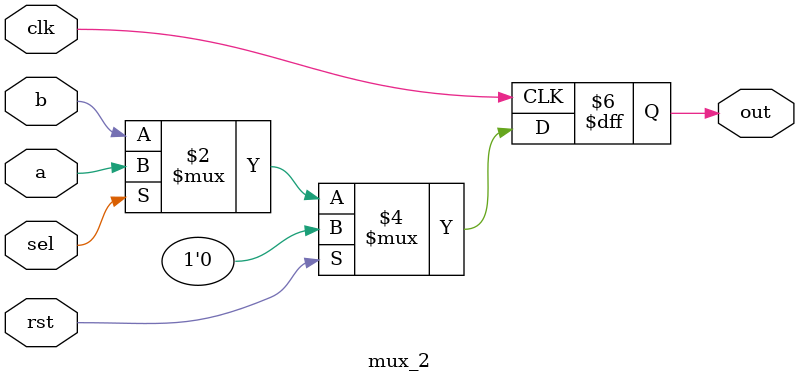
<source format=v>
`timescale 1us/1ns
module mux_2(
  input clk,rst,
  input a,b,sel,
  output reg out);

always@(posedge(clk))
begin
  if (rst)
    out <= 1'b0;
  else
    out <= sel ? a : b;
end
endmodule



</source>
